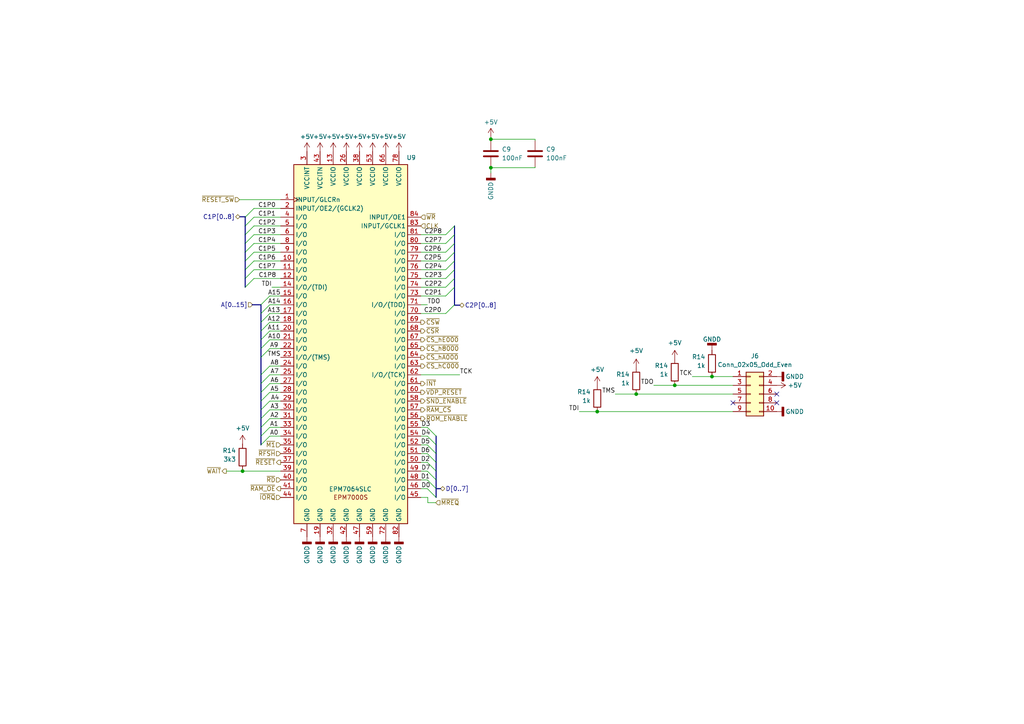
<source format=kicad_sch>
(kicad_sch (version 20230121) (generator eeschema)
  (paper "A4")
  (lib_symbols
    (symbol "CPLD:MAX7000_84_PLCC"
      (property "Reference" "U" (at -17.78 33.02 0))
      (symbol "MAX7000_84_PLCC_0_1"
        (rectangle (start -15.24 34.29) (end 17.78 -69.85) (stroke (width 0.254)) (fill (type background)))
      )
      (symbol "MAX7000_84_PLCC_1_1"
        (text "EPM7000S" (at 1.27 -62.23 0) (effects (font (size 1.27 1.27))))
        (pin input clock (at -19.05 24.13 0) (length 3.81) (name "INPUT/GLCRn") (number "1"))
        (pin bidirectional line (at -19.05 6.35 0) (length 3.81) (name "I/O") (number "10"))
        (pin bidirectional line (at -19.05 3.81 0) (length 3.81) (name "I/O") (number "11"))
        (pin bidirectional line (at -19.05 1.27 0) (length 3.81) (name "I/O") (number "12"))
        (pin power_in line (at -3.81 38.1 270) (length 3.81) (name "VCCIO") (number "13"))
        (pin bidirectional line (at -19.05 -1.27 0) (length 3.81) (name "I/O/(TDI)") (number "14"))
        (pin bidirectional line (at -19.05 -3.81 0) (length 3.81) (name "I/O") (number "15"))
        (pin bidirectional line (at -19.05 -6.35 0) (length 3.81) (name "I/O") (number "16"))
        (pin bidirectional line (at -19.05 -8.89 0) (length 3.81) (name "I/O") (number "17"))
        (pin bidirectional line (at -19.05 -11.43 0) (length 3.81) (name "I/O") (number "18"))
        (pin power_in line (at -7.62 -73.66 90) (length 3.81) (name "GND") (number "19"))
        (pin input line (at -19.05 21.59 0) (length 3.81) (name "INPUT/OE2/(GCLK2)") (number "2"))
        (pin bidirectional line (at -19.05 -13.97 0) (length 3.81) (name "I/O") (number "20"))
        (pin bidirectional line (at -19.05 -16.51 0) (length 3.81) (name "I/O") (number "21"))
        (pin bidirectional line (at -19.05 -19.05 0) (length 3.81) (name "I/O") (number "22"))
        (pin bidirectional line (at -19.05 -21.59 0) (length 3.81) (name "I/O/(TMS)") (number "23"))
        (pin bidirectional line (at -19.05 -24.13 0) (length 3.81) (name "I/O") (number "24"))
        (pin bidirectional line (at -19.05 -26.67 0) (length 3.81) (name "I/O") (number "25"))
        (pin power_in line (at 0 38.1 270) (length 3.81) (name "VCCIO") (number "26"))
        (pin bidirectional line (at -19.05 -29.21 0) (length 3.81) (name "I/O") (number "27"))
        (pin bidirectional line (at -19.05 -31.75 0) (length 3.81) (name "I/O") (number "28"))
        (pin bidirectional line (at -19.05 -34.29 0) (length 3.81) (name "I/O") (number "29"))
        (pin power_in line (at -11.43 38.1 270) (length 3.81) (name "VCCINT") (number "3"))
        (pin bidirectional line (at -19.05 -36.83 0) (length 3.81) (name "I/O") (number "30"))
        (pin bidirectional line (at -19.05 -39.37 0) (length 3.81) (name "I/O") (number "31"))
        (pin power_in line (at -3.81 -73.66 90) (length 3.81) (name "GND") (number "32"))
        (pin bidirectional line (at -19.05 -41.91 0) (length 3.81) (name "I/O") (number "33"))
        (pin bidirectional line (at -19.05 -44.45 0) (length 3.81) (name "I/O") (number "34"))
        (pin bidirectional line (at -19.05 -46.99 0) (length 3.81) (name "I/O") (number "35"))
        (pin bidirectional line (at -19.05 -49.53 0) (length 3.81) (name "I/O") (number "36"))
        (pin bidirectional line (at -19.05 -52.07 0) (length 3.81) (name "I/O") (number "37"))
        (pin power_in line (at 3.81 38.1 270) (length 3.81) (name "VCCIO") (number "38"))
        (pin bidirectional line (at -19.05 -54.61 0) (length 3.81) (name "I/O") (number "39"))
        (pin bidirectional line (at -19.05 19.05 0) (length 3.81) (name "I/O") (number "4"))
        (pin bidirectional line (at -19.05 -57.15 0) (length 3.81) (name "I/O") (number "40"))
        (pin bidirectional line (at -19.05 -59.69 0) (length 3.81) (name "I/O") (number "41"))
        (pin power_in line (at 0 -73.66 90) (length 3.81) (name "GND") (number "42"))
        (pin power_in line (at -7.62 38.1 270) (length 3.81) (name "VCCITN") (number "43"))
        (pin bidirectional line (at -19.05 -62.23 0) (length 3.81) (name "I/O") (number "44"))
        (pin bidirectional line (at 21.59 -62.23 180) (length 3.81) (name "I/O") (number "45"))
        (pin bidirectional line (at 21.59 -59.69 180) (length 3.81) (name "I/O") (number "46"))
        (pin power_in line (at 3.81 -73.66 90) (length 3.81) (name "GND") (number "47"))
        (pin bidirectional line (at 21.59 -57.15 180) (length 3.81) (name "I/O") (number "48"))
        (pin bidirectional line (at 21.59 -54.61 180) (length 3.81) (name "I/O") (number "49"))
        (pin bidirectional line (at -19.05 16.51 0) (length 3.81) (name "I/O") (number "5"))
        (pin bidirectional line (at 21.59 -52.07 180) (length 3.81) (name "I/O") (number "50"))
        (pin bidirectional line (at 21.59 -49.53 180) (length 3.81) (name "I/O") (number "51"))
        (pin bidirectional line (at 21.59 -46.99 180) (length 3.81) (name "I/O") (number "52"))
        (pin power_in line (at 7.62 38.1 270) (length 3.81) (name "VCCIO") (number "53"))
        (pin bidirectional line (at 21.59 -44.45 180) (length 3.81) (name "I/O") (number "54"))
        (pin bidirectional line (at 21.59 -41.91 180) (length 3.81) (name "I/O") (number "55"))
        (pin bidirectional line (at 21.59 -39.37 180) (length 3.81) (name "I/O") (number "56"))
        (pin bidirectional line (at 21.59 -36.83 180) (length 3.81) (name "I/O") (number "57"))
        (pin bidirectional line (at 21.59 -34.29 180) (length 3.81) (name "I/O") (number "58"))
        (pin power_in line (at 7.62 -73.66 90) (length 3.81) (name "GND") (number "59"))
        (pin bidirectional line (at -19.05 13.97 0) (length 3.81) (name "I/O") (number "6"))
        (pin bidirectional line (at 21.59 -31.75 180) (length 3.81) (name "I/O") (number "60"))
        (pin bidirectional line (at 21.59 -29.21 180) (length 3.81) (name "I/O") (number "61"))
        (pin bidirectional line (at 21.59 -26.67 180) (length 3.81) (name "I/O/(TCK)") (number "62"))
        (pin bidirectional line (at 21.59 -24.13 180) (length 3.81) (name "I/O") (number "63"))
        (pin bidirectional line (at 21.59 -21.59 180) (length 3.81) (name "I/O") (number "64"))
        (pin bidirectional line (at 21.59 -19.05 180) (length 3.81) (name "I/O") (number "65"))
        (pin power_in line (at 11.43 38.1 270) (length 3.81) (name "VCCIO") (number "66"))
        (pin bidirectional line (at 21.59 -16.51 180) (length 3.81) (name "I/O") (number "67"))
        (pin bidirectional line (at 21.59 -13.97 180) (length 3.81) (name "I/O") (number "68"))
        (pin bidirectional line (at 21.59 -11.43 180) (length 3.81) (name "I/O") (number "69"))
        (pin power_in line (at -11.43 -73.66 90) (length 3.81) (name "GND") (number "7"))
        (pin bidirectional line (at 21.59 -8.89 180) (length 3.81) (name "I/O") (number "70"))
        (pin bidirectional line (at 21.59 -6.35 180) (length 3.81) (name "I/O/(TDO)") (number "71"))
        (pin power_in line (at 11.43 -73.66 90) (length 3.81) (name "GND") (number "72"))
        (pin bidirectional line (at 21.59 -3.81 180) (length 3.81) (name "I/O") (number "73"))
        (pin bidirectional line (at 21.59 -1.27 180) (length 3.81) (name "I/O") (number "74"))
        (pin bidirectional line (at 21.59 1.27 180) (length 3.81) (name "I/O") (number "75"))
        (pin bidirectional line (at 21.59 3.81 180) (length 3.81) (name "I/O") (number "76"))
        (pin bidirectional line (at 21.59 6.35 180) (length 3.81) (name "I/O") (number "77"))
        (pin power_in line (at 15.24 38.1 270) (length 3.81) (name "VCCIO") (number "78"))
        (pin bidirectional line (at 21.59 8.89 180) (length 3.81) (name "I/O") (number "79"))
        (pin bidirectional line (at -19.05 11.43 0) (length 3.81) (name "I/O") (number "8"))
        (pin bidirectional line (at 21.59 11.43 180) (length 3.81) (name "I/O") (number "80"))
        (pin bidirectional line (at 21.59 13.97 180) (length 3.81) (name "I/O") (number "81"))
        (pin power_in line (at 15.24 -73.66 90) (length 3.81) (name "GND") (number "82"))
        (pin input line (at 21.59 16.51 180) (length 3.81) (name "INPUT/GCLK1") (number "83"))
        (pin input line (at 21.59 19.05 180) (length 3.81) (name "INPUT/OE1") (number "84"))
        (pin bidirectional line (at -19.05 8.89 0) (length 3.81) (name "I/O") (number "9"))
      )
    )
    (symbol "Connector_Generic:Conn_02x05_Odd_Even" (pin_names (offset 1.016) hide)
      (property "Reference" "J" (at 1.27 7.62 0))
      (property "Value" "Conn_02x05_Odd_Even" (at 1.27 -7.62 0))
      (symbol "Conn_02x05_Odd_Even_1_1"
        (rectangle (start -1.27 -4.953) (end 0 -5.207) (stroke (width 0.1524)))
        (rectangle (start -1.27 -2.413) (end 0 -2.667) (stroke (width 0.1524)))
        (rectangle (start -1.27 0.127) (end 0 -0.127) (stroke (width 0.1524)))
        (rectangle (start -1.27 2.667) (end 0 2.413) (stroke (width 0.1524)))
        (rectangle (start -1.27 5.207) (end 0 4.953) (stroke (width 0.1524)))
        (rectangle (start -1.27 6.35) (end 3.81 -6.35) (stroke (width 0.254)) (fill (type background)))
        (rectangle (start 3.81 -4.953) (end 2.54 -5.207) (stroke (width 0.1524)))
        (rectangle (start 3.81 -2.413) (end 2.54 -2.667) (stroke (width 0.1524)))
        (rectangle (start 3.81 0.127) (end 2.54 -0.127) (stroke (width 0.1524)))
        (rectangle (start 3.81 2.667) (end 2.54 2.413) (stroke (width 0.1524)))
        (rectangle (start 3.81 5.207) (end 2.54 4.953) (stroke (width 0.1524)))
        (pin passive line (at -5.08 5.08 0) (length 3.81) (name "Pin_1") (number "1"))
        (pin passive line (at 7.62 -5.08 180) (length 3.81) (name "Pin_10") (number "10"))
        (pin passive line (at 7.62 5.08 180) (length 3.81) (name "Pin_2") (number "2"))
        (pin passive line (at -5.08 2.54 0) (length 3.81) (name "Pin_3") (number "3"))
        (pin passive line (at 7.62 2.54 180) (length 3.81) (name "Pin_4") (number "4"))
        (pin passive line (at -5.08 0 0) (length 3.81) (name "Pin_5") (number "5"))
        (pin passive line (at 7.62 0 180) (length 3.81) (name "Pin_6") (number "6"))
        (pin passive line (at -5.08 -2.54 0) (length 3.81) (name "Pin_7") (number "7"))
        (pin passive line (at 7.62 -2.54 180) (length 3.81) (name "Pin_8") (number "8"))
        (pin passive line (at -5.08 -5.08 0) (length 3.81) (name "Pin_9") (number "9"))
      )
    )
    (symbol "Device:C" (pin_numbers hide) (pin_names (offset 0.254))
      (property "Reference" "C" (at 0.635 2.54 0))
      (property "Value" "C" (at 0.635 -2.54 0))
      (symbol "C_0_1"
        (polyline (pts (xy -2.032 -0.762) (xy 2.032 -0.762)) (stroke (width 0.508)))
        (polyline (pts (xy -2.032 0.762) (xy 2.032 0.762)) (stroke (width 0.508)))
      )
      (symbol "C_1_1"
        (pin passive line (at 0 3.81 270) (length 2.794) (name "~") (number "1"))
        (pin passive line (at 0 -3.81 90) (length 2.794) (name "~") (number "2"))
      )
    )
    (symbol "Device:R" (pin_numbers hide) (pin_names (offset 0))
      (property "Reference" "R" (at 2.032 0 90))
      (property "Value" "R" (at 0 0 90))
      (symbol "R_0_1"
        (rectangle (start -1.016 -2.54) (end 1.016 2.54) (stroke (width 0.254)))
      )
      (symbol "R_1_1"
        (pin passive line (at 0 3.81 270) (length 1.27) (name "~") (number "1"))
        (pin passive line (at 0 -3.81 90) (length 1.27) (name "~") (number "2"))
      )
    )
    (symbol "power:+5V" (power) (pin_names (offset 0))
      (property "Value" "+5V" (at 0 3.556 0))
      (symbol "+5V_0_1"
        (polyline (pts (xy -0.762 1.27) (xy 0 2.54)))
        (polyline (pts (xy 0 0) (xy 0 2.54)))
        (polyline (pts (xy 0 2.54) (xy 0.762 1.27)))
      )
      (symbol "+5V_1_1"
        (pin power_in line (at 0 0 90) (length 0) hide (name "+5V") (number "1"))
      )
    )
    (symbol "power:GNDD" (power) (pin_names (offset 0))
      (property "Value" "GNDD" (at 0 -3.175 0))
      (symbol "GNDD_0_1"
        (rectangle (start -1.27 -1.524) (end 1.27 -2.032) (stroke (width 0.254)) (fill (type outline)))
        (polyline (pts (xy 0 0) (xy 0 -1.524)))
      )
      (symbol "GNDD_1_1"
        (pin power_in line (at 0 0 270) (length 0) hide (name "GNDD") (number "1"))
      )
    )
  )
  (junction (at 173.228 119.38))
  (junction (at 206.502 109.22))
  (junction (at 195.707 111.76))
  (junction (at 184.531 114.3))
  (junction (at 70.358 136.652))
  (junction (at 142.367 48.641))
  (junction (at 142.367 40.386))
  (no_connect (at 225.298 114.3))
  (no_connect (at 212.598 116.84))
  (no_connect (at 225.298 116.84))
  (bus_entry (at 123.952 136.652) (size 2.54 2.54))
  (bus_entry (at 75.692 96.012) (size 2.54 -2.54))
  (bus_entry (at 75.692 123.952) (size 2.54 -2.54))
  (bus_entry (at 75.692 121.412) (size 2.54 -2.54))
  (bus_entry (at 75.692 126.492) (size 2.54 -2.54))
  (bus_entry (at 75.692 129.032) (size 2.54 -2.54))
  (bus_entry (at 123.952 141.732) (size 2.54 2.54))
  (bus_entry (at 123.952 139.192) (size 2.54 2.54))
  (bus_entry (at 75.692 116.332) (size 2.54 -2.54))
  (bus_entry (at 71.12 80.772) (size 2.54 -2.54))
  (bus_entry (at 131.826 68.072) (size -2.54 2.54))
  (bus_entry (at 131.826 70.612) (size -2.54 2.54))
  (bus_entry (at 123.952 129.032) (size 2.54 2.54))
  (bus_entry (at 123.952 126.492) (size 2.54 2.54))
  (bus_entry (at 123.952 131.572) (size 2.54 2.54))
  (bus_entry (at 123.952 134.112) (size 2.54 2.54))
  (bus_entry (at 71.12 75.692) (size 2.54 -2.54))
  (bus_entry (at 71.12 68.072) (size 2.54 -2.54))
  (bus_entry (at 78.232 85.852) (size -2.54 2.54))
  (bus_entry (at 75.692 111.252) (size 2.54 -2.54))
  (bus_entry (at 75.692 101.092) (size 2.54 -2.54))
  (bus_entry (at 75.692 93.472) (size 2.54 -2.54))
  (bus_entry (at 75.692 103.632) (size 2.54 -2.54))
  (bus_entry (at 71.12 70.612) (size 2.54 -2.54))
  (bus_entry (at 75.692 113.792) (size 2.54 -2.54))
  (bus_entry (at 75.692 98.552) (size 2.54 -2.54))
  (bus_entry (at 131.826 73.152) (size -2.54 2.54))
  (bus_entry (at 78.232 88.392) (size -2.54 2.54))
  (bus_entry (at 131.826 88.392) (size -2.54 2.54))
  (bus_entry (at 131.826 78.232) (size -2.54 2.54))
  (bus_entry (at 131.826 75.692) (size -2.54 2.54))
  (bus_entry (at 71.12 62.992) (size 2.54 -2.54))
  (bus_entry (at 71.12 78.232) (size 2.54 -2.54))
  (bus_entry (at 71.12 73.152) (size 2.54 -2.54))
  (bus_entry (at 131.826 80.772) (size -2.54 2.54))
  (bus_entry (at 131.826 65.532) (size -2.54 2.54))
  (bus_entry (at 131.826 83.312) (size -2.54 2.54))
  (bus_entry (at 78.232 106.172) (size -2.54 2.54))
  (bus_entry (at 71.12 83.312) (size 2.54 -2.54))
  (bus_entry (at 75.692 118.872) (size 2.54 -2.54))
  (bus_entry (at 123.952 123.952) (size 2.54 2.54))
  (bus_entry (at 71.12 65.532) (size 2.54 -2.54))
  (wire (pts (xy 200.787 109.22) (xy 206.502 109.22)))
  (wire (pts (xy 142.367 50.165) (xy 142.367 48.641)))
  (wire (pts (xy 78.867 83.312) (xy 81.407 83.312)))
  (wire (pts (xy 123.952 123.952) (xy 122.047 123.952)))
  (wire (pts (xy 122.047 75.692) (xy 129.286 75.692)))
  (wire (pts (xy 73.66 80.772) (xy 81.407 80.772)))
  (bus (pts (xy 73.152 88.392) (xy 75.692 88.392)))
  (bus (pts (xy 69.596 62.865) (xy 71.12 62.865)))
  (bus (pts (xy 75.692 101.092) (xy 75.692 103.632)))
  (wire (pts (xy 123.952 88.392) (xy 122.047 88.392)))
  (bus (pts (xy 71.12 78.232) (xy 71.12 80.772)))
  (wire (pts (xy 124.079 145.796) (xy 124.079 144.272)))
  (wire (pts (xy 69.469 57.912) (xy 81.407 57.912)))
  (bus (pts (xy 75.692 108.712) (xy 75.692 111.252)))
  (wire (pts (xy 123.952 131.572) (xy 122.047 131.572)))
  (bus (pts (xy 75.692 88.392) (xy 75.692 90.932)))
  (wire (pts (xy 81.407 88.392) (xy 78.232 88.392)))
  (wire (pts (xy 73.66 60.452) (xy 81.407 60.452)))
  (wire (pts (xy 81.407 101.092) (xy 78.232 101.092)))
  (bus (pts (xy 131.826 78.232) (xy 131.826 75.692)))
  (wire (pts (xy 73.66 62.992) (xy 81.407 62.992)))
  (wire (pts (xy 70.358 136.652) (xy 70.358 136.398)))
  (wire (pts (xy 81.407 121.412) (xy 78.232 121.412)))
  (bus (pts (xy 127.762 141.732) (xy 126.492 141.732)))
  (bus (pts (xy 126.492 141.732) (xy 126.492 139.192)))
  (bus (pts (xy 75.692 98.552) (xy 75.692 101.092)))
  (wire (pts (xy 81.407 108.712) (xy 78.232 108.712)))
  (wire (pts (xy 81.407 96.012) (xy 78.232 96.012)))
  (wire (pts (xy 123.952 136.652) (xy 122.047 136.652)))
  (bus (pts (xy 126.492 139.192) (xy 126.492 136.652)))
  (bus (pts (xy 75.692 116.332) (xy 75.692 118.872)))
  (wire (pts (xy 123.952 126.492) (xy 122.047 126.492)))
  (wire (pts (xy 122.047 78.232) (xy 129.286 78.232)))
  (bus (pts (xy 75.692 111.252) (xy 75.692 113.792)))
  (wire (pts (xy 78.232 126.492) (xy 81.407 126.492)))
  (bus (pts (xy 131.826 65.532) (xy 131.826 68.072)))
  (wire (pts (xy 142.367 39.751) (xy 142.367 40.386)))
  (wire (pts (xy 78.232 123.952) (xy 81.407 123.952)))
  (wire (pts (xy 155.194 48.641) (xy 155.194 48.387)))
  (bus (pts (xy 75.692 126.492) (xy 75.692 129.032)))
  (bus (pts (xy 131.826 68.072) (xy 131.826 70.612)))
  (wire (pts (xy 124.079 144.272) (xy 122.047 144.272)))
  (wire (pts (xy 206.502 109.22) (xy 212.598 109.22)))
  (wire (pts (xy 178.435 114.3) (xy 184.531 114.3)))
  (bus (pts (xy 126.492 136.652) (xy 126.492 134.112)))
  (wire (pts (xy 122.047 73.152) (xy 129.286 73.152)))
  (bus (pts (xy 71.12 75.692) (xy 71.12 78.232)))
  (wire (pts (xy 155.194 40.386) (xy 155.194 40.767)))
  (bus (pts (xy 71.12 62.865) (xy 71.12 62.992)))
  (wire (pts (xy 65.659 136.652) (xy 70.358 136.652)))
  (bus (pts (xy 131.826 70.612) (xy 131.826 73.152)))
  (wire (pts (xy 81.407 113.792) (xy 78.232 113.792)))
  (wire (pts (xy 184.531 114.3) (xy 212.598 114.3)))
  (bus (pts (xy 75.692 90.932) (xy 75.692 93.472)))
  (bus (pts (xy 71.12 62.992) (xy 71.12 65.532)))
  (bus (pts (xy 126.492 141.732) (xy 126.492 144.272)))
  (bus (pts (xy 71.12 70.612) (xy 71.12 73.152)))
  (wire (pts (xy 81.407 93.472) (xy 78.232 93.472)))
  (bus (pts (xy 126.492 131.572) (xy 126.492 129.032)))
  (wire (pts (xy 78.232 98.552) (xy 81.407 98.552)))
  (wire (pts (xy 133.35 108.712) (xy 122.047 108.712)))
  (wire (pts (xy 123.952 134.112) (xy 122.047 134.112)))
  (wire (pts (xy 122.047 80.772) (xy 129.286 80.772)))
  (wire (pts (xy 81.407 111.252) (xy 78.232 111.252)))
  (wire (pts (xy 122.047 90.932) (xy 129.286 90.932)))
  (bus (pts (xy 75.692 93.472) (xy 75.692 96.012)))
  (wire (pts (xy 123.952 141.732) (xy 122.047 141.732)))
  (bus (pts (xy 75.692 113.792) (xy 75.692 116.332)))
  (wire (pts (xy 168.021 119.38) (xy 173.228 119.38)))
  (wire (pts (xy 122.047 70.612) (xy 129.286 70.612)))
  (bus (pts (xy 75.692 123.952) (xy 75.692 121.412)))
  (wire (pts (xy 123.952 139.192) (xy 122.047 139.192)))
  (bus (pts (xy 75.692 103.632) (xy 75.692 108.712)))
  (wire (pts (xy 122.047 83.312) (xy 129.286 83.312)))
  (wire (pts (xy 189.611 111.76) (xy 195.707 111.76)))
  (wire (pts (xy 142.367 48.641) (xy 142.367 48.387)))
  (wire (pts (xy 81.407 85.852) (xy 78.232 85.852)))
  (wire (pts (xy 195.707 111.76) (xy 212.598 111.76)))
  (wire (pts (xy 122.047 68.072) (xy 129.286 68.072)))
  (bus (pts (xy 131.826 83.312) (xy 131.826 80.772)))
  (bus (pts (xy 133.35 88.519) (xy 131.826 88.519)))
  (bus (pts (xy 131.826 73.152) (xy 131.826 75.692)))
  (wire (pts (xy 73.66 68.072) (xy 81.407 68.072)))
  (wire (pts (xy 122.047 85.852) (xy 129.286 85.852)))
  (bus (pts (xy 126.492 129.032) (xy 126.492 126.492)))
  (bus (pts (xy 131.826 88.519) (xy 131.826 88.392)))
  (wire (pts (xy 142.367 40.386) (xy 155.194 40.386)))
  (bus (pts (xy 131.826 80.772) (xy 131.826 78.232)))
  (bus (pts (xy 71.12 73.152) (xy 71.12 75.692)))
  (wire (pts (xy 173.228 119.38) (xy 212.598 119.38)))
  (wire (pts (xy 126.365 145.796) (xy 124.079 145.796)))
  (wire (pts (xy 70.358 136.652) (xy 81.407 136.652)))
  (bus (pts (xy 71.12 65.532) (xy 71.12 68.072)))
  (bus (pts (xy 75.692 118.872) (xy 75.692 121.412)))
  (wire (pts (xy 142.367 40.386) (xy 142.367 40.767)))
  (wire (pts (xy 73.66 65.532) (xy 81.407 65.532)))
  (wire (pts (xy 81.407 106.172) (xy 78.232 106.172)))
  (wire (pts (xy 73.66 70.612) (xy 81.407 70.612)))
  (wire (pts (xy 123.952 129.032) (xy 122.047 129.032)))
  (bus (pts (xy 75.692 96.012) (xy 75.692 98.552)))
  (wire (pts (xy 81.407 116.332) (xy 78.232 116.332)))
  (wire (pts (xy 73.66 78.232) (xy 81.407 78.232)))
  (wire (pts (xy 73.66 73.152) (xy 81.407 73.152)))
  (wire (pts (xy 81.407 118.872) (xy 78.232 118.872)))
  (bus (pts (xy 75.692 126.492) (xy 75.692 123.952)))
  (wire (pts (xy 142.367 48.641) (xy 155.194 48.641)))
  (wire (pts (xy 81.407 90.932) (xy 78.232 90.932)))
  (wire (pts (xy 73.66 75.692) (xy 81.407 75.692)))
  (bus (pts (xy 131.826 83.312) (xy 131.826 88.392)))
  (bus (pts (xy 126.492 134.112) (xy 126.492 131.572)))
  (bus (pts (xy 71.12 80.772) (xy 71.12 83.312)))
  (bus (pts (xy 71.12 68.072) (xy 71.12 70.612)))
  (label "C1P1" (at 80.01 62.992 180))
  (label "TDO" (at 123.952 88.392 0))
  (label "C1P8" (at 80.137 80.772 180))
  (label "C1P0" (at 80.01 60.452 180))
  (label "TDI" (at 78.867 83.312 180))
  (label "TCK" (at 133.35 108.712 0))
  (label "A7" (at 80.899 108.712 180))
  (label "A13" (at 81.28 90.932 180))
  (label "D6" (at 122.047 131.572 0))
  (label "A5" (at 80.899 113.792 180))
  (label "D3" (at 122.174 123.952 0))
  (label "D0" (at 122.174 141.732 0))
  (label "TMS" (at 178.435 114.3 180))
  (label "A9" (at 80.772 101.092 180))
  (label "TMS" (at 81.407 103.632 180))
  (label "C1P6" (at 80.01 75.692 180))
  (label "D2" (at 122.047 134.112 0))
  (label "A1" (at 80.772 123.952 180))
  (label "A14" (at 81.407 88.392 180))
  (label "A0" (at 80.772 126.492 180))
  (label "A2" (at 78.359 121.412 0))
  (label "D5" (at 122.047 129.032 0))
  (label "D7" (at 122.174 136.652 0))
  (label "A4" (at 81.026 116.332 180))
  (label "D4" (at 122.174 126.492 0))
  (label "C1P3" (at 80.01 68.072 180))
  (label "A15" (at 81.407 85.852 180))
  (label "C2P4" (at 123.063 78.232 0))
  (label "C1P4" (at 80.01 70.612 180))
  (label "C2P3" (at 123.063 80.772 0))
  (label "C2P2" (at 123.063 83.312 0))
  (label "TDI" (at 168.021 119.38 180))
  (label "A11" (at 81.28 96.012 180))
  (label "TCK" (at 200.787 109.22 180))
  (label "C2P8" (at 123.063 68.072 0))
  (label "A8" (at 80.899 106.172 180))
  (label "C2P7" (at 123.063 70.612 0))
  (label "C2P0" (at 122.936 90.932 0))
  (label "D1" (at 122.047 139.192 0))
  (label "C1P7" (at 80.01 78.232 180))
  (label "C2P6" (at 122.936 73.152 0))
  (label "C2P1" (at 123.063 85.852 0))
  (label "A6" (at 80.899 111.252 180))
  (label "A10" (at 81.407 98.552 180))
  (label "TDO" (at 189.611 111.76 180))
  (label "C1P5" (at 80.01 73.152 180))
  (label "A12" (at 81.28 93.472 180))
  (label "C1P2" (at 80.01 65.532 180))
  (label "C2P5" (at 122.936 75.692 0))
  (label "A3" (at 80.899 118.872 180))
  (hierarchical_label "~{CS_hC000}" (shape output) (at 122.047 106.172 0))
  (hierarchical_label "C2P[0..8]" (shape bidirectional) (at 133.35 88.519 0))
  (hierarchical_label "~{RFSH}" (shape input) (at 81.407 131.572 180))
  (hierarchical_label "CLK" (shape input) (at 122.047 65.532 0))
  (hierarchical_label "~{CSR}" (shape output) (at 122.047 96.012 0))
  (hierarchical_label "~{RD}" (shape input) (at 81.407 139.192 180))
  (hierarchical_label "~{RAM_CS}" (shape output) (at 122.047 118.872 0))
  (hierarchical_label "~{CS_h8000}" (shape output) (at 122.047 101.092 0))
  (hierarchical_label "~{RAM_OE}" (shape output) (at 81.407 141.732 180))
  (hierarchical_label "A[0..15]" (shape input) (at 73.279 88.392 180))
  (hierarchical_label "~{CS_hA000}" (shape output) (at 122.047 103.632 0))
  (hierarchical_label "~{M1}" (shape input) (at 81.407 129.032 180))
  (hierarchical_label "~{CS_hE000}" (shape output) (at 122.047 98.552 0))
  (hierarchical_label "~{CSW}" (shape output) (at 122.047 93.472 0))
  (hierarchical_label "~{INT}" (shape output) (at 122.047 111.252 0))
  (hierarchical_label "~{WAIT}" (shape output) (at 65.659 136.652 180))
  (hierarchical_label "C1P[0..8]" (shape bidirectional) (at 69.596 62.865 180))
  (hierarchical_label "~{RESET_SW}" (shape input) (at 69.469 57.912 180))
  (hierarchical_label "~{ROM_ENABLE}" (shape output) (at 122.047 121.412 0))
  (hierarchical_label "D[0..7]" (shape bidirectional) (at 127.762 141.732 0))
  (hierarchical_label "~{MREQ}" (shape input) (at 126.365 145.796 0))
  (hierarchical_label "~{VDP_RESET}" (shape output) (at 122.047 113.792 0))
  (hierarchical_label "~{RESET}" (shape output) (at 81.407 134.112 180))
  (hierarchical_label "~{WR}" (shape input) (at 122.047 62.992 0))
  (hierarchical_label "~{SND_ENABLE}" (shape output) (at 122.047 116.332 0))
  (hierarchical_label "~{IORQ}" (shape input) (at 81.407 144.272 180))
  (symbol (lib_id "power:GNDD") (at 89.027 155.702 0) (unit 1)
    (property "Reference" "#PWR054" (effects hide))
    (property "Value" "GNDD" (at 89.027 160.909 90))
  )
  (symbol (lib_id "Device:C") (at 142.367 44.577 0) (unit 1)
    (property "Reference" "C9" (at 145.542 43.307 0) (effects (justify left)))
    (property "Value" "100nF" (at 145.542 45.847 0) (effects (justify left)))
    (property "Footprint" "Capacitor_THT:C_Disc_D7.0mm_W2.5mm_P5.00mm" (effects hide))
    (instances (project "coleco_original" (path "" (reference "C9") (unit 1)) (path "" (reference "C18") (unit 1))))
  )
  (symbol (lib_id "Device:R") (at 70.358 132.588 180) (unit 1)
    (property "Reference" "R14" (at 68.453 130.683 0) (effects (justify left)))
    (property "Value" "3k3" (at 68.453 133.223 0) (effects (justify left)))
    (property "Footprint" "Resistor_SMD:R_0805_2012Metric" (effects hide))
    (instances (project "coleco_original" (path "" (reference "R14") (unit 1)) (path "" (reference "R13") (unit 1))))
  )
  (symbol (lib_id "Device:R") (at 173.228 115.57 180) (unit 1)
    (property "Reference" "R14" (at 171.323 113.665 0) (effects (justify left)))
    (property "Value" "1k" (at 171.323 116.205 0) (effects (justify left)))
    (property "Footprint" "Resistor_THT:R_Axial_DIN0207_L6.3mm_D2.5mm_P10.16mm_Horizontal" (effects hide))
  )
  (symbol (lib_id "power:GNDD") (at 206.502 101.6 180) (unit 1)
    (property "Reference" "#PWR074" (effects hide))
    (property "Value" "GNDD" (at 206.502 98.425 0))
  )
  (symbol (lib_id "power:+5V") (at 70.358 128.778 0) (unit 1)
    (property "Reference" "#PWR052" (effects hide))
    (property "Value" "+5V" (at 70.358 124.206 0))
  )
  (symbol (lib_id "power:GNDD") (at 225.298 119.38 90) (unit 1)
    (property "Reference" "#PWR077" (effects hide))
    (property "Value" "GNDD" (at 230.505 119.38 90))
  )
  (symbol (lib_id "Device:R") (at 195.707 107.95 180) (unit 1)
    (property "Reference" "R14" (at 193.802 106.045 0) (effects (justify left)))
    (property "Value" "1k" (at 193.802 108.585 0) (effects (justify left)))
    (property "Footprint" "Resistor_THT:R_Axial_DIN0207_L6.3mm_D2.5mm_P10.16mm_Horizontal" (effects hide))
    (instances (project "coleco_original" (path "" (reference "R14") (unit 1)) (path "" (reference "R16") (unit 1))))
  )
  (symbol (lib_id "power:GNDD") (at 96.647 155.702 0) (unit 1)
    (property "Reference" "#PWR058" (effects hide))
    (property "Value" "GNDD" (at 96.647 160.909 90))
  )
  (symbol (lib_id "power:+5V") (at 108.077 43.942 0) (unit 1)
    (property "Reference" "#PWR063" (effects hide))
    (property "Value" "+5V" (at 108.077 39.624 0))
  )
  (symbol (lib_id "Device:R") (at 184.531 110.49 180) (unit 1)
    (property "Reference" "R14" (at 182.626 108.585 0) (effects (justify left)))
    (property "Value" "1k" (at 182.626 111.125 0) (effects (justify left)))
    (property "Footprint" "Resistor_THT:R_Axial_DIN0207_L6.3mm_D2.5mm_P10.16mm_Horizontal" (effects hide))
    (instances (project "coleco_original" (path "" (reference "R14") (unit 1)) (path "" (reference "R15") (unit 1))))
  )
  (symbol (lib_id "power:+5V") (at 173.228 111.76 0) (unit 1)
    (property "Reference" "#PWR071" (effects hide))
    (property "Value" "+5V" (at 173.228 107.188 0))
  )
  (symbol (lib_id "Device:R") (at 206.502 105.41 180) (unit 1)
    (property "Reference" "R14" (at 204.597 103.505 0) (effects (justify left)))
    (property "Value" "1k" (at 204.597 106.045 0) (effects (justify left)))
    (property "Footprint" "Resistor_THT:R_Axial_DIN0207_L6.3mm_D2.5mm_P10.16mm_Horizontal" (effects hide))
    (instances (project "coleco_original" (path "" (reference "R14") (unit 1)) (path "" (reference "R17") (unit 1))))
  )
  (symbol (lib_id "power:+5V") (at 142.367 39.751 0) (unit 1)
    (property "Reference" "#PWR069" (effects hide))
    (property "Value" "+5V" (at 142.367 35.433 0))
  )
  (symbol (lib_id "power:+5V") (at 115.697 43.942 0) (unit 1)
    (property "Reference" "#PWR067" (effects hide))
    (property "Value" "+5V" (at 115.697 39.624 0))
  )
  (symbol (lib_id "power:+5V") (at 184.531 106.68 0) (unit 1)
    (property "Reference" "#PWR072" (effects hide))
    (property "Value" "+5V" (at 184.531 101.727 0))
  )
  (symbol (lib_id "power:+5V") (at 92.837 43.942 0) (unit 1)
    (property "Reference" "#PWR055" (effects hide))
    (property "Value" "+5V" (at 92.837 39.624 0))
  )
  (symbol (lib_id "power:+5V") (at 225.298 111.76 270) (unit 1)
    (property "Reference" "#PWR076" (effects hide))
    (property "Value" "+5V" (at 228.473 111.76 90) (effects (justify left)))
  )
  (symbol (lib_id "power:GNDD") (at 108.077 155.702 0) (unit 1)
    (property "Reference" "#PWR064" (effects hide))
    (property "Value" "GNDD" (at 108.077 160.909 90))
  )
  (symbol (lib_id "power:+5V") (at 100.457 43.942 0) (unit 1)
    (property "Reference" "#PWR059" (effects hide))
    (property "Value" "+5V" (at 100.457 39.624 0))
  )
  (symbol (lib_id "power:GNDD") (at 142.367 50.165 0) (unit 1)
    (property "Reference" "#PWR070" (effects hide))
    (property "Value" "GNDD" (at 142.367 55.372 90))
  )
  (symbol (lib_id "power:+5V") (at 104.267 43.942 0) (unit 1)
    (property "Reference" "#PWR061" (effects hide))
    (property "Value" "+5V" (at 104.267 39.624 0))
  )
  (symbol (lib_id "power:GNDD") (at 225.298 109.22 90) (unit 1)
    (property "Reference" "#PWR075" (effects hide))
    (property "Value" "GNDD" (at 230.505 109.22 90))
  )
  (symbol (lib_id "power:+5V") (at 111.887 43.942 0) (unit 1)
    (property "Reference" "#PWR065" (effects hide))
    (property "Value" "+5V" (at 111.887 39.624 0))
  )
  (symbol (lib_id "Device:C") (at 155.194 44.577 0) (unit 1)
    (property "Reference" "C9" (at 158.369 43.307 0) (effects (justify left)))
    (property "Value" "100nF" (at 158.369 45.847 0) (effects (justify left)))
    (property "Footprint" "Capacitor_THT:C_Disc_D7.0mm_W2.5mm_P5.00mm" (effects hide))
    (instances (project "coleco_original" (path "" (reference "C9") (unit 1)) (path "" (reference "C19") (unit 1))))
  )
  (symbol (lib_id "power:GNDD") (at 115.697 155.702 0) (unit 1)
    (property "Reference" "#PWR068" (effects hide))
    (property "Value" "GNDD" (at 115.697 160.909 90))
  )
  (symbol (lib_id "power:+5V") (at 195.707 104.14 0) (unit 1)
    (property "Reference" "#PWR073" (effects hide))
    (property "Value" "+5V" (at 195.707 99.441 0))
  )
  (symbol (lib_id "power:GNDD") (at 92.837 155.702 0) (unit 1)
    (property "Reference" "#PWR056" (effects hide))
    (property "Value" "GNDD" (at 92.837 160.909 90))
  )
  (symbol (lib_id "power:GNDD") (at 111.887 155.702 0) (unit 1)
    (property "Reference" "#PWR066" (effects hide))
    (property "Value" "GNDD" (at 111.887 160.909 90))
  )
  (symbol (lib_id "Connector_Generic:Conn_02x05_Odd_Even") (at 217.678 114.3 0) (unit 1)
    (property "Reference" "J6" (at 218.948 103.251 0))
    (property "Value" "Conn_02x05_Odd_Even" (at 218.948 105.791 0))
    (property "Footprint" "Connector_PinHeader_2.54mm:PinHeader_2x05_P2.54mm_Vertical" (effects hide))
  )
  (symbol (lib_id "power:+5V") (at 89.027 43.942 0) (unit 1)
    (property "Reference" "#PWR053" (effects hide))
    (property "Value" "+5V" (at 89.027 39.624 0))
  )
  (symbol (lib_id "power:GNDD") (at 104.267 155.702 0) (unit 1)
    (property "Reference" "#PWR062" (effects hide))
    (property "Value" "GNDD" (at 104.267 160.909 90))
  )
  (symbol (lib_id "power:+5V") (at 96.647 43.942 0) (unit 1)
    (property "Reference" "#PWR057" (effects hide))
    (property "Value" "+5V" (at 96.647 39.624 0))
  )
  (symbol (lib_id "power:GNDD") (at 100.457 155.702 0) (unit 1)
    (property "Reference" "#PWR060" (effects hide))
    (property "Value" "GNDD" (at 100.457 160.909 90))
  )
  (symbol (lib_id "CPLD:MAX7000_84_PLCC") (at 100.457 82.042 0) (unit 1)
    (property "Reference" "U9" (at 117.8911 45.72 0) (effects (justify left)))
    (property "Value" "EPM7064SLC" (at 101.6 141.859 0))
    (property "Footprint" "Package_LCC:PLCC-84_THT-Socket" (effects hide))
  )
)
</source>
